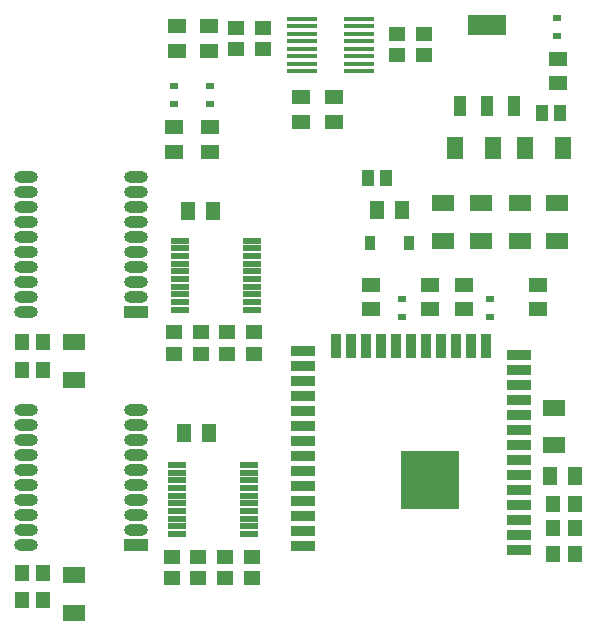
<source format=gtp>
G04*
G04 #@! TF.GenerationSoftware,Altium Limited,Altium Designer,18.1.7 (191)*
G04*
G04 Layer_Color=8421504*
%FSLAX25Y25*%
%MOIN*%
G70*
G01*
G75*
%ADD18R,0.07874X0.03937*%
%ADD19O,0.07874X0.03937*%
%ADD20R,0.04528X0.05709*%
%ADD21R,0.07480X0.05315*%
%ADD22O,0.10039X0.01575*%
%ADD23R,0.05709X0.04528*%
%ADD24R,0.05906X0.04921*%
%ADD25R,0.03150X0.02362*%
%ADD26R,0.04921X0.05906*%
%ADD27R,0.05315X0.07480*%
%ADD28R,0.03898X0.05472*%
%ADD29R,0.03937X0.06693*%
%ADD30R,0.12795X0.06693*%
%ADD31R,0.03602X0.04803*%
%ADD32R,0.19685X0.19685*%
%ADD33R,0.03543X0.07874*%
%ADD34R,0.07874X0.03543*%
G04:AMPARAMS|DCode=35|XSize=17.72mil|YSize=62.99mil|CornerRadius=1.95mil|HoleSize=0mil|Usage=FLASHONLY|Rotation=270.000|XOffset=0mil|YOffset=0mil|HoleType=Round|Shape=RoundedRectangle|*
%AMROUNDEDRECTD35*
21,1,0.01772,0.05909,0,0,270.0*
21,1,0.01382,0.06299,0,0,270.0*
1,1,0.00390,-0.02955,-0.00691*
1,1,0.00390,-0.02955,0.00691*
1,1,0.00390,0.02955,0.00691*
1,1,0.00390,0.02955,-0.00691*
%
%ADD35ROUNDEDRECTD35*%
D18*
X98819Y-105787D02*
D03*
Y-183622D02*
D03*
D19*
Y-100787D02*
D03*
Y-95787D02*
D03*
Y-90787D02*
D03*
Y-85787D02*
D03*
Y-80787D02*
D03*
Y-75787D02*
D03*
Y-70787D02*
D03*
Y-65787D02*
D03*
Y-60787D02*
D03*
X62205Y-105787D02*
D03*
Y-100787D02*
D03*
Y-95787D02*
D03*
Y-90787D02*
D03*
Y-85787D02*
D03*
Y-80787D02*
D03*
Y-75787D02*
D03*
Y-70787D02*
D03*
Y-65787D02*
D03*
Y-60787D02*
D03*
X98819Y-178622D02*
D03*
Y-173622D02*
D03*
Y-168622D02*
D03*
Y-163622D02*
D03*
Y-158622D02*
D03*
Y-153622D02*
D03*
Y-148622D02*
D03*
Y-143622D02*
D03*
Y-138622D02*
D03*
X62205Y-183622D02*
D03*
Y-178622D02*
D03*
Y-173622D02*
D03*
Y-168622D02*
D03*
Y-163622D02*
D03*
Y-158622D02*
D03*
Y-153622D02*
D03*
Y-148622D02*
D03*
Y-143622D02*
D03*
Y-138622D02*
D03*
D20*
X67913Y-192913D02*
D03*
X60827D02*
D03*
X67913Y-201772D02*
D03*
X60827D02*
D03*
X237992Y-177657D02*
D03*
X245079D02*
D03*
X237992Y-169783D02*
D03*
X245079D02*
D03*
X237992Y-186516D02*
D03*
X245079D02*
D03*
X67913Y-125000D02*
D03*
X60827D02*
D03*
X67913Y-115748D02*
D03*
X60827D02*
D03*
D21*
X78150Y-193504D02*
D03*
Y-206102D02*
D03*
X239173Y-69488D02*
D03*
Y-82087D02*
D03*
X226772Y-69488D02*
D03*
Y-82087D02*
D03*
X213976Y-69488D02*
D03*
Y-82087D02*
D03*
X201181Y-69488D02*
D03*
Y-82087D02*
D03*
X78150Y-115748D02*
D03*
Y-128346D02*
D03*
X238189Y-150251D02*
D03*
Y-137653D02*
D03*
D22*
X173327Y-25482D02*
D03*
Y-22982D02*
D03*
Y-20482D02*
D03*
Y-17982D02*
D03*
Y-15482D02*
D03*
Y-12982D02*
D03*
Y-10482D02*
D03*
Y-7982D02*
D03*
X154232Y-25482D02*
D03*
Y-22982D02*
D03*
Y-20482D02*
D03*
Y-17982D02*
D03*
Y-15482D02*
D03*
Y-12982D02*
D03*
Y-10482D02*
D03*
Y-7982D02*
D03*
D23*
X141142Y-11220D02*
D03*
Y-18307D02*
D03*
X132283Y-11220D02*
D03*
Y-18307D02*
D03*
X194882Y-20276D02*
D03*
Y-13189D02*
D03*
X186024Y-20276D02*
D03*
Y-13189D02*
D03*
X129331Y-112598D02*
D03*
Y-119685D02*
D03*
X138189Y-112598D02*
D03*
Y-119685D02*
D03*
X120472Y-112598D02*
D03*
Y-119685D02*
D03*
X111417Y-112598D02*
D03*
Y-119685D02*
D03*
X110974Y-194488D02*
D03*
Y-187402D02*
D03*
X119567Y-194488D02*
D03*
Y-187402D02*
D03*
X137549Y-194488D02*
D03*
Y-187402D02*
D03*
X128691Y-194488D02*
D03*
Y-187402D02*
D03*
D24*
X123032Y-18898D02*
D03*
Y-10630D02*
D03*
X112402Y-18898D02*
D03*
Y-10630D02*
D03*
X123425Y-52362D02*
D03*
Y-44094D02*
D03*
X111614Y-52362D02*
D03*
Y-44094D02*
D03*
X239567Y-29616D02*
D03*
Y-21348D02*
D03*
X164764Y-34252D02*
D03*
Y-42520D02*
D03*
X153937Y-34252D02*
D03*
Y-42520D02*
D03*
X177165Y-104921D02*
D03*
Y-96654D02*
D03*
X196850Y-104921D02*
D03*
Y-96654D02*
D03*
X208071Y-104921D02*
D03*
Y-96654D02*
D03*
X232756Y-104921D02*
D03*
Y-96654D02*
D03*
D25*
X123425Y-30610D02*
D03*
Y-36319D02*
D03*
X111614Y-30610D02*
D03*
Y-36319D02*
D03*
X239173Y-7972D02*
D03*
Y-13681D02*
D03*
X187598Y-101634D02*
D03*
Y-107343D02*
D03*
X216791Y-101634D02*
D03*
Y-107343D02*
D03*
D26*
X116339Y-72210D02*
D03*
X124606D02*
D03*
X187598Y-71850D02*
D03*
X179331D02*
D03*
X245276Y-160433D02*
D03*
X237008D02*
D03*
X114961Y-146063D02*
D03*
X123228D02*
D03*
D27*
X217913Y-51181D02*
D03*
X205315D02*
D03*
X228543D02*
D03*
X241142D02*
D03*
D28*
X240177Y-39370D02*
D03*
X234232D02*
D03*
X176358Y-61028D02*
D03*
X182303D02*
D03*
D29*
X206890Y-37205D02*
D03*
X215945D02*
D03*
X225000D02*
D03*
D30*
X215945Y-10039D02*
D03*
D31*
X189911Y-82677D02*
D03*
X177018D02*
D03*
D32*
X196850Y-161909D02*
D03*
D33*
X215406Y-117141D02*
D03*
X165406D02*
D03*
X170406D02*
D03*
X175406D02*
D03*
X180406D02*
D03*
X185406D02*
D03*
X190406D02*
D03*
X195406D02*
D03*
X200406D02*
D03*
X205406D02*
D03*
X210406D02*
D03*
D34*
X154441Y-118952D02*
D03*
X226370Y-120015D02*
D03*
X154441Y-183952D02*
D03*
Y-178952D02*
D03*
Y-173952D02*
D03*
Y-168952D02*
D03*
Y-163952D02*
D03*
Y-158952D02*
D03*
Y-153952D02*
D03*
Y-148952D02*
D03*
Y-143952D02*
D03*
Y-138952D02*
D03*
Y-133952D02*
D03*
Y-128952D02*
D03*
Y-123952D02*
D03*
X226370Y-125015D02*
D03*
Y-130015D02*
D03*
Y-135015D02*
D03*
Y-140015D02*
D03*
Y-145015D02*
D03*
Y-150015D02*
D03*
Y-155015D02*
D03*
Y-160015D02*
D03*
Y-165015D02*
D03*
Y-170015D02*
D03*
Y-175015D02*
D03*
Y-180015D02*
D03*
Y-185015D02*
D03*
D35*
X113386Y-81988D02*
D03*
Y-84547D02*
D03*
Y-87106D02*
D03*
Y-89665D02*
D03*
Y-92224D02*
D03*
Y-94783D02*
D03*
Y-97343D02*
D03*
Y-99902D02*
D03*
Y-102461D02*
D03*
Y-105020D02*
D03*
X137402Y-81988D02*
D03*
Y-84547D02*
D03*
Y-87106D02*
D03*
Y-89665D02*
D03*
Y-92224D02*
D03*
Y-94783D02*
D03*
Y-97343D02*
D03*
Y-99902D02*
D03*
Y-102461D02*
D03*
Y-105020D02*
D03*
X136417Y-179823D02*
D03*
Y-177264D02*
D03*
Y-174705D02*
D03*
Y-172146D02*
D03*
Y-169587D02*
D03*
Y-167028D02*
D03*
Y-164469D02*
D03*
Y-161909D02*
D03*
Y-159350D02*
D03*
Y-156791D02*
D03*
X112402Y-179823D02*
D03*
Y-177264D02*
D03*
Y-174705D02*
D03*
Y-172146D02*
D03*
Y-169587D02*
D03*
Y-167028D02*
D03*
Y-164469D02*
D03*
Y-161909D02*
D03*
Y-159350D02*
D03*
Y-156791D02*
D03*
M02*

</source>
